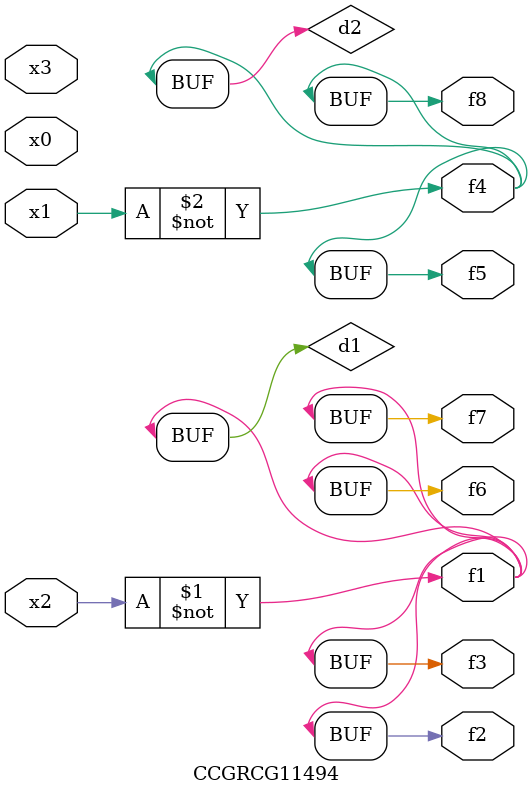
<source format=v>
module CCGRCG11494(
	input x0, x1, x2, x3,
	output f1, f2, f3, f4, f5, f6, f7, f8
);

	wire d1, d2;

	xnor (d1, x2);
	not (d2, x1);
	assign f1 = d1;
	assign f2 = d1;
	assign f3 = d1;
	assign f4 = d2;
	assign f5 = d2;
	assign f6 = d1;
	assign f7 = d1;
	assign f8 = d2;
endmodule

</source>
